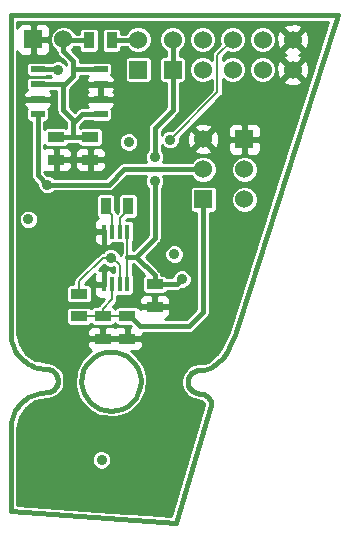
<source format=gbl>
G04 (created by PCBNEW-RS274X (2012-01-19 BZR 3256)-stable) date 21-08-2012 21:19:17*
G01*
G70*
G90*
%MOIN*%
G04 Gerber Fmt 3.4, Leading zero omitted, Abs format*
%FSLAX34Y34*%
G04 APERTURE LIST*
%ADD10C,0.006000*%
%ADD11C,0.015000*%
%ADD12R,0.045000X0.020000*%
%ADD13R,0.035000X0.055000*%
%ADD14R,0.055000X0.035000*%
%ADD15R,0.016000X0.050000*%
%ADD16R,0.060000X0.060000*%
%ADD17C,0.060000*%
%ADD18C,0.035000*%
%ADD19C,0.008000*%
%ADD20C,0.016000*%
%ADD21C,0.010000*%
G04 APERTURE END LIST*
G54D10*
G54D11*
X50413Y-33996D02*
X50610Y-33819D01*
X50256Y-34114D02*
X50413Y-33996D01*
X50197Y-34154D02*
X50256Y-34114D01*
X50098Y-34193D02*
X50197Y-34154D01*
X49980Y-34213D02*
X50098Y-34193D01*
X49843Y-34213D02*
X49980Y-34213D01*
X50768Y-33602D02*
X50610Y-33819D01*
X50906Y-33327D02*
X50768Y-33602D01*
X51024Y-33031D02*
X50906Y-33327D01*
X49843Y-34212D02*
X49809Y-34214D01*
X49775Y-34218D01*
X49742Y-34226D01*
X49709Y-34236D01*
X49677Y-34249D01*
X49647Y-34265D01*
X49618Y-34284D01*
X49590Y-34305D01*
X49565Y-34328D01*
X49542Y-34353D01*
X49521Y-34381D01*
X49502Y-34410D01*
X49486Y-34440D01*
X49473Y-34472D01*
X49463Y-34505D01*
X49455Y-34538D01*
X49451Y-34572D01*
X49449Y-34606D01*
X50237Y-35394D02*
X50235Y-35360D01*
X50231Y-35326D01*
X50223Y-35293D01*
X50213Y-35260D01*
X50200Y-35228D01*
X50184Y-35198D01*
X50165Y-35169D01*
X50144Y-35141D01*
X50121Y-35116D01*
X50096Y-35093D01*
X50068Y-35072D01*
X50040Y-35053D01*
X50009Y-35037D01*
X49977Y-35024D01*
X49944Y-35014D01*
X49911Y-35006D01*
X49877Y-35002D01*
X49843Y-35000D01*
X49449Y-34606D02*
X49451Y-34640D01*
X49455Y-34674D01*
X49463Y-34707D01*
X49473Y-34740D01*
X49486Y-34772D01*
X49502Y-34802D01*
X49521Y-34831D01*
X49542Y-34859D01*
X49565Y-34884D01*
X49590Y-34907D01*
X49618Y-34928D01*
X49647Y-34947D01*
X49677Y-34963D01*
X49709Y-34976D01*
X49742Y-34986D01*
X49775Y-34994D01*
X49809Y-34998D01*
X49843Y-35000D01*
X44724Y-34961D02*
X44622Y-34966D01*
X44519Y-34979D01*
X44419Y-35002D01*
X44321Y-35033D01*
X44225Y-35072D01*
X44134Y-35120D01*
X44047Y-35175D01*
X43965Y-35238D01*
X43889Y-35307D01*
X43820Y-35383D01*
X43757Y-35465D01*
X43702Y-35552D01*
X43654Y-35643D01*
X43615Y-35739D01*
X43584Y-35837D01*
X43561Y-35937D01*
X43548Y-36040D01*
X43543Y-36142D01*
X44724Y-34961D02*
X44758Y-34959D01*
X44792Y-34955D01*
X44825Y-34947D01*
X44858Y-34937D01*
X44890Y-34924D01*
X44921Y-34908D01*
X44949Y-34889D01*
X44977Y-34868D01*
X45002Y-34845D01*
X45025Y-34820D01*
X45046Y-34792D01*
X45065Y-34763D01*
X45081Y-34733D01*
X45094Y-34701D01*
X45104Y-34668D01*
X45112Y-34635D01*
X45116Y-34601D01*
X45118Y-34567D01*
X45118Y-34567D02*
X45116Y-34533D01*
X45112Y-34499D01*
X45104Y-34466D01*
X45094Y-34433D01*
X45081Y-34401D01*
X45065Y-34371D01*
X45046Y-34342D01*
X45025Y-34314D01*
X45002Y-34289D01*
X44977Y-34266D01*
X44949Y-34245D01*
X44921Y-34226D01*
X44890Y-34210D01*
X44858Y-34197D01*
X44825Y-34187D01*
X44792Y-34179D01*
X44758Y-34175D01*
X44724Y-34173D01*
X43543Y-32992D02*
X43548Y-33094D01*
X43561Y-33197D01*
X43584Y-33297D01*
X43615Y-33395D01*
X43654Y-33491D01*
X43702Y-33582D01*
X43757Y-33669D01*
X43820Y-33751D01*
X43889Y-33827D01*
X43965Y-33896D01*
X44047Y-33959D01*
X44134Y-34014D01*
X44225Y-34062D01*
X44321Y-34101D01*
X44419Y-34132D01*
X44519Y-34155D01*
X44622Y-34168D01*
X44724Y-34173D01*
X51024Y-33031D02*
X54449Y-22382D01*
X43543Y-32992D02*
X43543Y-22382D01*
X43543Y-22382D02*
X54449Y-22382D01*
X47878Y-34587D02*
X47859Y-34778D01*
X47803Y-34963D01*
X47712Y-35133D01*
X47591Y-35283D01*
X47442Y-35406D01*
X47272Y-35497D01*
X47088Y-35554D01*
X46896Y-35574D01*
X46705Y-35557D01*
X46520Y-35503D01*
X46350Y-35413D01*
X46199Y-35292D01*
X46075Y-35145D01*
X45982Y-34976D01*
X45924Y-34792D01*
X45903Y-34600D01*
X45919Y-34409D01*
X45972Y-34224D01*
X46060Y-34052D01*
X46180Y-33901D01*
X46327Y-33776D01*
X46495Y-33682D01*
X46678Y-33623D01*
X46870Y-33600D01*
X47061Y-33615D01*
X47247Y-33666D01*
X47419Y-33753D01*
X47571Y-33872D01*
X47697Y-34018D01*
X47792Y-34186D01*
X47853Y-34369D01*
X47877Y-34560D01*
X47878Y-34587D01*
X50236Y-35394D02*
X49055Y-39311D01*
X43543Y-38917D02*
X43543Y-36102D01*
X43543Y-38917D02*
X49055Y-39311D01*
G54D12*
X44444Y-24188D03*
X46544Y-24188D03*
X44444Y-24688D03*
X44444Y-25188D03*
X44444Y-25688D03*
X46544Y-24688D03*
X46544Y-25188D03*
X46544Y-25688D03*
G54D13*
X46160Y-23228D03*
X46910Y-23228D03*
G54D14*
X48347Y-31357D03*
X48347Y-32107D03*
X47441Y-32420D03*
X47441Y-33170D03*
X45061Y-26453D03*
X45061Y-27203D03*
X46614Y-32420D03*
X46614Y-33170D03*
X46202Y-26453D03*
X46202Y-27203D03*
G54D13*
X47462Y-28740D03*
X46712Y-28740D03*
G54D14*
X45827Y-32422D03*
X45827Y-31672D03*
G54D15*
X47433Y-31347D03*
X47178Y-31347D03*
X46918Y-31347D03*
X46663Y-31347D03*
X46663Y-29597D03*
X46918Y-29597D03*
X47178Y-29597D03*
X47433Y-29597D03*
G54D16*
X44303Y-23189D03*
G54D17*
X45303Y-23189D03*
G54D16*
X51339Y-26520D03*
G54D17*
X51339Y-27520D03*
X51339Y-28520D03*
G54D16*
X49961Y-28520D03*
G54D17*
X49961Y-27520D03*
X49961Y-26520D03*
G54D16*
X47795Y-24201D03*
G54D17*
X47795Y-23201D03*
G54D16*
X48945Y-24201D03*
G54D17*
X48945Y-23201D03*
X49945Y-24201D03*
X49945Y-23201D03*
X50945Y-24201D03*
X50945Y-23201D03*
X51945Y-24201D03*
X51945Y-23201D03*
X52945Y-24201D03*
X52945Y-23201D03*
G54D18*
X48996Y-30354D03*
X47480Y-26614D03*
X46575Y-37205D03*
X44134Y-29193D03*
X48346Y-27126D03*
X49252Y-31181D03*
X48346Y-27913D03*
X45118Y-24213D03*
X48858Y-26535D03*
X44764Y-28031D03*
X46890Y-30472D03*
G54D19*
X47433Y-29597D02*
X47433Y-30433D01*
G54D20*
X47717Y-30433D02*
X47433Y-30433D01*
X49076Y-31357D02*
X49252Y-31181D01*
X48937Y-24209D02*
X48945Y-24201D01*
X48945Y-23201D02*
X48945Y-24201D01*
X48347Y-31063D02*
X47717Y-30433D01*
X48347Y-31357D02*
X49076Y-31357D01*
G54D19*
X47433Y-30433D02*
X47433Y-31347D01*
G54D20*
X48346Y-29804D02*
X48346Y-27913D01*
G54D19*
X48337Y-31347D02*
X48347Y-31357D01*
G54D20*
X48346Y-29804D02*
X47717Y-30433D01*
X48945Y-24201D02*
X48945Y-25543D01*
X48347Y-31357D02*
X48347Y-31063D01*
X48346Y-26142D02*
X48346Y-27126D01*
X48945Y-25543D02*
X48346Y-26142D01*
X45630Y-23898D02*
X45432Y-23700D01*
X45303Y-23571D02*
X45303Y-23189D01*
X45630Y-24173D02*
X45630Y-23898D01*
X45432Y-23700D02*
X45303Y-23571D01*
X45630Y-26453D02*
X46202Y-26453D01*
X46160Y-23228D02*
X45342Y-23228D01*
X45342Y-23228D02*
X45303Y-23189D01*
X45630Y-24410D02*
X45303Y-24737D01*
X45630Y-26453D02*
X45630Y-25984D01*
X45061Y-26453D02*
X45630Y-26453D01*
X45926Y-25688D02*
X45630Y-25984D01*
X45630Y-25984D02*
X45630Y-25866D01*
X46544Y-24188D02*
X45630Y-24188D01*
X45303Y-24737D02*
X45303Y-24688D01*
X45630Y-24188D02*
X45630Y-24173D01*
X45303Y-25539D02*
X45303Y-24737D01*
X44444Y-24688D02*
X45303Y-24688D01*
X45630Y-24173D02*
X45630Y-24410D01*
X46544Y-25688D02*
X45926Y-25688D01*
X45342Y-23228D02*
X45303Y-23189D01*
X45303Y-25539D02*
X45630Y-25866D01*
X45118Y-24213D02*
X45093Y-24188D01*
X45093Y-24188D02*
X44444Y-24188D01*
G54D19*
X50433Y-24960D02*
X50433Y-23713D01*
X50433Y-23713D02*
X50945Y-23201D01*
X48858Y-26535D02*
X50433Y-24960D01*
X47178Y-29597D02*
X47178Y-29160D01*
X47178Y-29160D02*
X47462Y-28876D01*
X47462Y-28876D02*
X47462Y-28740D01*
X46712Y-28838D02*
X46918Y-29044D01*
X46918Y-29044D02*
X46918Y-29597D01*
X46712Y-28740D02*
X46712Y-28838D01*
G54D20*
X46910Y-23228D02*
X47768Y-23228D01*
X47768Y-23228D02*
X47795Y-23201D01*
X47441Y-32420D02*
X47538Y-32420D01*
G54D19*
X46614Y-32165D02*
X46918Y-31861D01*
G54D20*
X47874Y-32756D02*
X48859Y-32756D01*
X49961Y-32283D02*
X49961Y-28520D01*
G54D19*
X46614Y-32420D02*
X47441Y-32420D01*
G54D20*
X48859Y-32756D02*
X49488Y-32756D01*
G54D19*
X46918Y-31861D02*
X46918Y-31347D01*
G54D20*
X47538Y-32420D02*
X47874Y-32756D01*
X49488Y-32756D02*
X49961Y-32283D01*
G54D19*
X45829Y-32420D02*
X45827Y-32422D01*
X46614Y-32420D02*
X45829Y-32420D01*
X46614Y-32420D02*
X46614Y-32165D01*
G54D20*
X47323Y-27520D02*
X49961Y-27520D01*
X44444Y-27712D02*
X44763Y-28031D01*
X44444Y-25688D02*
X44444Y-27712D01*
X47323Y-27520D02*
X46812Y-28031D01*
X46812Y-28031D02*
X44764Y-28031D01*
X44764Y-28031D02*
X44763Y-28031D01*
G54D19*
X46890Y-30472D02*
X46615Y-30472D01*
X45827Y-31260D02*
X45827Y-31672D01*
X46615Y-30472D02*
X45827Y-31260D01*
X46890Y-30472D02*
X46928Y-30472D01*
X47178Y-30722D02*
X47178Y-31347D01*
X46928Y-30472D02*
X47178Y-30722D01*
G54D10*
G36*
X54134Y-22607D02*
X53488Y-24619D01*
X53488Y-24280D01*
X53488Y-23280D01*
X53477Y-23067D01*
X53417Y-22920D01*
X53323Y-22893D01*
X53253Y-22963D01*
X53253Y-22823D01*
X53226Y-22729D01*
X53024Y-22658D01*
X52811Y-22669D01*
X52664Y-22729D01*
X52637Y-22823D01*
X52945Y-23130D01*
X53253Y-22823D01*
X53253Y-22963D01*
X53016Y-23201D01*
X53323Y-23509D01*
X53417Y-23482D01*
X53488Y-23280D01*
X53488Y-24280D01*
X53477Y-24067D01*
X53417Y-23920D01*
X53323Y-23893D01*
X53253Y-23963D01*
X53253Y-23823D01*
X53226Y-23729D01*
X53152Y-23703D01*
X53226Y-23673D01*
X53253Y-23579D01*
X52945Y-23272D01*
X52874Y-23342D01*
X52874Y-23201D01*
X52567Y-22893D01*
X52473Y-22920D01*
X52402Y-23122D01*
X52413Y-23335D01*
X52473Y-23482D01*
X52567Y-23509D01*
X52874Y-23201D01*
X52874Y-23342D01*
X52637Y-23579D01*
X52664Y-23673D01*
X52737Y-23698D01*
X52664Y-23729D01*
X52637Y-23823D01*
X52945Y-24130D01*
X53253Y-23823D01*
X53253Y-23963D01*
X53016Y-24201D01*
X53323Y-24509D01*
X53417Y-24482D01*
X53488Y-24280D01*
X53488Y-24619D01*
X53253Y-25351D01*
X53253Y-24579D01*
X52945Y-24272D01*
X52874Y-24342D01*
X52874Y-24201D01*
X52567Y-23893D01*
X52473Y-23920D01*
X52402Y-24122D01*
X52413Y-24335D01*
X52473Y-24482D01*
X52567Y-24509D01*
X52874Y-24201D01*
X52874Y-24342D01*
X52637Y-24579D01*
X52664Y-24673D01*
X52866Y-24744D01*
X53079Y-24733D01*
X53226Y-24673D01*
X53253Y-24579D01*
X53253Y-25351D01*
X52394Y-28026D01*
X52394Y-24291D01*
X52394Y-24112D01*
X52394Y-23291D01*
X52394Y-23112D01*
X52326Y-22947D01*
X52200Y-22821D01*
X52035Y-22752D01*
X51856Y-22752D01*
X51691Y-22820D01*
X51565Y-22946D01*
X51496Y-23111D01*
X51496Y-23290D01*
X51564Y-23455D01*
X51690Y-23581D01*
X51855Y-23650D01*
X52034Y-23650D01*
X52199Y-23582D01*
X52325Y-23456D01*
X52394Y-23291D01*
X52394Y-24112D01*
X52326Y-23947D01*
X52200Y-23821D01*
X52035Y-23752D01*
X51856Y-23752D01*
X51691Y-23820D01*
X51565Y-23946D01*
X51496Y-24111D01*
X51496Y-24290D01*
X51564Y-24455D01*
X51690Y-24581D01*
X51855Y-24650D01*
X52034Y-24650D01*
X52199Y-24582D01*
X52325Y-24456D01*
X52394Y-24291D01*
X52394Y-28026D01*
X51889Y-29599D01*
X51889Y-26632D01*
X51889Y-26408D01*
X51888Y-26171D01*
X51850Y-26079D01*
X51780Y-26009D01*
X51689Y-25971D01*
X51590Y-25971D01*
X51451Y-25970D01*
X51394Y-26027D01*
X51394Y-24291D01*
X51394Y-24112D01*
X51326Y-23947D01*
X51200Y-23821D01*
X51035Y-23752D01*
X50856Y-23752D01*
X50691Y-23820D01*
X50623Y-23888D01*
X50623Y-23791D01*
X50790Y-23623D01*
X50855Y-23650D01*
X51034Y-23650D01*
X51199Y-23582D01*
X51325Y-23456D01*
X51394Y-23291D01*
X51394Y-23112D01*
X51326Y-22947D01*
X51200Y-22821D01*
X51035Y-22752D01*
X50856Y-22752D01*
X50691Y-22820D01*
X50565Y-22946D01*
X50496Y-23111D01*
X50496Y-23290D01*
X50522Y-23355D01*
X50394Y-23483D01*
X50394Y-23291D01*
X50394Y-23112D01*
X50326Y-22947D01*
X50200Y-22821D01*
X50035Y-22752D01*
X49856Y-22752D01*
X49691Y-22820D01*
X49565Y-22946D01*
X49496Y-23111D01*
X49496Y-23290D01*
X49564Y-23455D01*
X49690Y-23581D01*
X49855Y-23650D01*
X50034Y-23650D01*
X50199Y-23582D01*
X50325Y-23456D01*
X50394Y-23291D01*
X50394Y-23483D01*
X50299Y-23579D01*
X50257Y-23640D01*
X50243Y-23713D01*
X50243Y-23864D01*
X50200Y-23821D01*
X50035Y-23752D01*
X49856Y-23752D01*
X49691Y-23820D01*
X49565Y-23946D01*
X49496Y-24111D01*
X49496Y-24290D01*
X49564Y-24455D01*
X49690Y-24581D01*
X49855Y-24650D01*
X50034Y-24650D01*
X50199Y-24582D01*
X50243Y-24538D01*
X50243Y-24881D01*
X48914Y-26210D01*
X48794Y-26210D01*
X48674Y-26259D01*
X48583Y-26350D01*
X48576Y-26366D01*
X48576Y-26238D01*
X49108Y-25706D01*
X49157Y-25631D01*
X49175Y-25543D01*
X49175Y-24650D01*
X49275Y-24650D01*
X49330Y-24627D01*
X49372Y-24585D01*
X49394Y-24530D01*
X49394Y-24471D01*
X49394Y-23871D01*
X49371Y-23816D01*
X49329Y-23774D01*
X49274Y-23752D01*
X49215Y-23752D01*
X49175Y-23752D01*
X49175Y-23591D01*
X49199Y-23582D01*
X49325Y-23456D01*
X49394Y-23291D01*
X49394Y-23112D01*
X49326Y-22947D01*
X49200Y-22821D01*
X49035Y-22752D01*
X48856Y-22752D01*
X48691Y-22820D01*
X48565Y-22946D01*
X48496Y-23111D01*
X48496Y-23290D01*
X48564Y-23455D01*
X48690Y-23581D01*
X48715Y-23591D01*
X48715Y-23752D01*
X48615Y-23752D01*
X48560Y-23775D01*
X48518Y-23817D01*
X48496Y-23872D01*
X48496Y-23931D01*
X48496Y-24531D01*
X48519Y-24586D01*
X48561Y-24628D01*
X48616Y-24650D01*
X48675Y-24650D01*
X48715Y-24650D01*
X48715Y-25447D01*
X48244Y-25918D01*
X48244Y-24530D01*
X48244Y-24471D01*
X48244Y-23871D01*
X48244Y-23291D01*
X48244Y-23112D01*
X48176Y-22947D01*
X48050Y-22821D01*
X47885Y-22752D01*
X47706Y-22752D01*
X47541Y-22820D01*
X47415Y-22946D01*
X47393Y-22998D01*
X47234Y-22998D01*
X47234Y-22923D01*
X47211Y-22868D01*
X47169Y-22826D01*
X47114Y-22804D01*
X47055Y-22804D01*
X46705Y-22804D01*
X46650Y-22827D01*
X46608Y-22869D01*
X46586Y-22924D01*
X46586Y-22983D01*
X46586Y-23533D01*
X46609Y-23588D01*
X46651Y-23630D01*
X46706Y-23652D01*
X46765Y-23652D01*
X47115Y-23652D01*
X47170Y-23629D01*
X47212Y-23587D01*
X47234Y-23532D01*
X47234Y-23473D01*
X47234Y-23458D01*
X47417Y-23458D01*
X47540Y-23581D01*
X47705Y-23650D01*
X47884Y-23650D01*
X48049Y-23582D01*
X48175Y-23456D01*
X48244Y-23291D01*
X48244Y-23871D01*
X48221Y-23816D01*
X48179Y-23774D01*
X48124Y-23752D01*
X48065Y-23752D01*
X47465Y-23752D01*
X47410Y-23775D01*
X47368Y-23817D01*
X47346Y-23872D01*
X47346Y-23931D01*
X47346Y-24531D01*
X47369Y-24586D01*
X47411Y-24628D01*
X47466Y-24650D01*
X47525Y-24650D01*
X48125Y-24650D01*
X48180Y-24627D01*
X48222Y-24585D01*
X48244Y-24530D01*
X48244Y-25918D01*
X48183Y-25979D01*
X48134Y-26054D01*
X48115Y-26142D01*
X48116Y-26146D01*
X48116Y-26896D01*
X48071Y-26941D01*
X48021Y-27061D01*
X48021Y-27190D01*
X48061Y-27290D01*
X47805Y-27290D01*
X47805Y-26679D01*
X47805Y-26550D01*
X47756Y-26430D01*
X47665Y-26339D01*
X47545Y-26289D01*
X47416Y-26289D01*
X47296Y-26338D01*
X47205Y-26429D01*
X47155Y-26549D01*
X47155Y-26678D01*
X47204Y-26798D01*
X47295Y-26889D01*
X47415Y-26939D01*
X47544Y-26939D01*
X47664Y-26890D01*
X47755Y-26799D01*
X47805Y-26679D01*
X47805Y-27290D01*
X47323Y-27290D01*
X47235Y-27308D01*
X47160Y-27357D01*
X47158Y-27359D01*
X46727Y-27790D01*
X46727Y-27315D01*
X46727Y-27091D01*
X46726Y-26979D01*
X46688Y-26887D01*
X46618Y-26817D01*
X46527Y-26779D01*
X46428Y-26779D01*
X46314Y-26778D01*
X46252Y-26840D01*
X46252Y-27153D01*
X46665Y-27153D01*
X46727Y-27091D01*
X46727Y-27315D01*
X46665Y-27253D01*
X46252Y-27253D01*
X46252Y-27566D01*
X46314Y-27628D01*
X46428Y-27627D01*
X46527Y-27627D01*
X46618Y-27589D01*
X46688Y-27519D01*
X46726Y-27427D01*
X46727Y-27315D01*
X46727Y-27790D01*
X46716Y-27801D01*
X46152Y-27801D01*
X46152Y-27566D01*
X46152Y-27253D01*
X46152Y-27153D01*
X46152Y-26840D01*
X46090Y-26778D01*
X45976Y-26779D01*
X45877Y-26779D01*
X45786Y-26817D01*
X45716Y-26887D01*
X45678Y-26979D01*
X45677Y-27091D01*
X45739Y-27153D01*
X46152Y-27153D01*
X46152Y-27253D01*
X45739Y-27253D01*
X45677Y-27315D01*
X45678Y-27427D01*
X45716Y-27519D01*
X45786Y-27589D01*
X45877Y-27627D01*
X45976Y-27627D01*
X46090Y-27628D01*
X46152Y-27566D01*
X46152Y-27801D01*
X45586Y-27801D01*
X45586Y-27315D01*
X45586Y-27091D01*
X45585Y-26979D01*
X45547Y-26887D01*
X45477Y-26817D01*
X45386Y-26779D01*
X45287Y-26779D01*
X45173Y-26778D01*
X45111Y-26840D01*
X45111Y-27153D01*
X45524Y-27153D01*
X45586Y-27091D01*
X45586Y-27315D01*
X45524Y-27253D01*
X45111Y-27253D01*
X45111Y-27566D01*
X45173Y-27628D01*
X45287Y-27627D01*
X45386Y-27627D01*
X45477Y-27589D01*
X45547Y-27519D01*
X45585Y-27427D01*
X45586Y-27315D01*
X45586Y-27801D01*
X44994Y-27801D01*
X44949Y-27756D01*
X44829Y-27706D01*
X44764Y-27706D01*
X44674Y-27616D01*
X44674Y-27601D01*
X44736Y-27627D01*
X44835Y-27627D01*
X44949Y-27628D01*
X45011Y-27566D01*
X45011Y-27303D01*
X45011Y-27253D01*
X45011Y-27153D01*
X45011Y-27103D01*
X45011Y-26840D01*
X44949Y-26778D01*
X44835Y-26779D01*
X44736Y-26779D01*
X44674Y-26804D01*
X44674Y-26727D01*
X44702Y-26755D01*
X44757Y-26777D01*
X44816Y-26777D01*
X45366Y-26777D01*
X45421Y-26754D01*
X45463Y-26712D01*
X45474Y-26683D01*
X45630Y-26683D01*
X45788Y-26683D01*
X45801Y-26713D01*
X45843Y-26755D01*
X45898Y-26777D01*
X45957Y-26777D01*
X46507Y-26777D01*
X46562Y-26754D01*
X46604Y-26712D01*
X46626Y-26657D01*
X46626Y-26598D01*
X46626Y-26248D01*
X46603Y-26193D01*
X46561Y-26151D01*
X46506Y-26129D01*
X46447Y-26129D01*
X45897Y-26129D01*
X45860Y-26144D01*
X45860Y-26079D01*
X46021Y-25918D01*
X46242Y-25918D01*
X46290Y-25937D01*
X46349Y-25937D01*
X46799Y-25937D01*
X46854Y-25914D01*
X46896Y-25872D01*
X46918Y-25817D01*
X46918Y-25758D01*
X46918Y-25558D01*
X46895Y-25504D01*
X46910Y-25499D01*
X46980Y-25429D01*
X47018Y-25337D01*
X47019Y-25300D01*
X47019Y-25076D01*
X47018Y-25039D01*
X46980Y-24947D01*
X46971Y-24938D01*
X46980Y-24929D01*
X47018Y-24837D01*
X47019Y-24800D01*
X46957Y-24738D01*
X46594Y-24738D01*
X46594Y-24900D01*
X46594Y-24976D01*
X46594Y-25138D01*
X46957Y-25138D01*
X47019Y-25076D01*
X47019Y-25300D01*
X46957Y-25238D01*
X46644Y-25238D01*
X46594Y-25238D01*
X46494Y-25238D01*
X46494Y-25138D01*
X46494Y-24976D01*
X46494Y-24900D01*
X46494Y-24738D01*
X46131Y-24738D01*
X46069Y-24800D01*
X46070Y-24837D01*
X46108Y-24929D01*
X46117Y-24938D01*
X46108Y-24947D01*
X46070Y-25039D01*
X46069Y-25076D01*
X46131Y-25138D01*
X46494Y-25138D01*
X46494Y-25238D01*
X46444Y-25238D01*
X46131Y-25238D01*
X46069Y-25300D01*
X46070Y-25337D01*
X46108Y-25429D01*
X46137Y-25458D01*
X45926Y-25458D01*
X45838Y-25476D01*
X45763Y-25525D01*
X45761Y-25527D01*
X45689Y-25599D01*
X45533Y-25443D01*
X45533Y-24832D01*
X45790Y-24574D01*
X45792Y-24573D01*
X45793Y-24573D01*
X45842Y-24498D01*
X45858Y-24418D01*
X46137Y-24418D01*
X46108Y-24447D01*
X46070Y-24539D01*
X46069Y-24576D01*
X46131Y-24638D01*
X46444Y-24638D01*
X46494Y-24638D01*
X46594Y-24638D01*
X46644Y-24638D01*
X46957Y-24638D01*
X47019Y-24576D01*
X47018Y-24539D01*
X46980Y-24447D01*
X46910Y-24377D01*
X46896Y-24371D01*
X46918Y-24317D01*
X46918Y-24258D01*
X46918Y-24058D01*
X46895Y-24003D01*
X46853Y-23961D01*
X46798Y-23939D01*
X46739Y-23939D01*
X46289Y-23939D01*
X46243Y-23958D01*
X45860Y-23958D01*
X45860Y-23902D01*
X45860Y-23898D01*
X45861Y-23898D01*
X45842Y-23810D01*
X45793Y-23735D01*
X45595Y-23537D01*
X45592Y-23535D01*
X45592Y-23534D01*
X45669Y-23458D01*
X45836Y-23458D01*
X45836Y-23533D01*
X45859Y-23588D01*
X45901Y-23630D01*
X45956Y-23652D01*
X46015Y-23652D01*
X46365Y-23652D01*
X46420Y-23629D01*
X46462Y-23587D01*
X46484Y-23532D01*
X46484Y-23473D01*
X46484Y-22923D01*
X46461Y-22868D01*
X46419Y-22826D01*
X46364Y-22804D01*
X46305Y-22804D01*
X45955Y-22804D01*
X45900Y-22827D01*
X45858Y-22869D01*
X45836Y-22924D01*
X45836Y-22983D01*
X45836Y-22998D01*
X45709Y-22998D01*
X45684Y-22935D01*
X45558Y-22809D01*
X45393Y-22740D01*
X45214Y-22740D01*
X45049Y-22808D01*
X44923Y-22934D01*
X44854Y-23099D01*
X44854Y-23278D01*
X44922Y-23443D01*
X45048Y-23569D01*
X45073Y-23579D01*
X45074Y-23580D01*
X45091Y-23659D01*
X45140Y-23734D01*
X45267Y-23860D01*
X45269Y-23863D01*
X45400Y-23994D01*
X45400Y-24043D01*
X45394Y-24029D01*
X45303Y-23938D01*
X45183Y-23888D01*
X45054Y-23888D01*
X44934Y-23937D01*
X44913Y-23958D01*
X44853Y-23958D01*
X44853Y-23301D01*
X44853Y-23077D01*
X44852Y-22938D01*
X44852Y-22839D01*
X44814Y-22748D01*
X44744Y-22678D01*
X44652Y-22640D01*
X44415Y-22639D01*
X44353Y-22701D01*
X44353Y-23139D01*
X44791Y-23139D01*
X44853Y-23077D01*
X44853Y-23301D01*
X44791Y-23239D01*
X44353Y-23239D01*
X44353Y-23677D01*
X44415Y-23739D01*
X44652Y-23738D01*
X44744Y-23700D01*
X44814Y-23630D01*
X44852Y-23539D01*
X44852Y-23440D01*
X44853Y-23301D01*
X44853Y-23958D01*
X44745Y-23958D01*
X44698Y-23939D01*
X44639Y-23939D01*
X44189Y-23939D01*
X44134Y-23962D01*
X44092Y-24004D01*
X44070Y-24059D01*
X44070Y-24118D01*
X44070Y-24318D01*
X44093Y-24373D01*
X44135Y-24415D01*
X44190Y-24437D01*
X44249Y-24437D01*
X44699Y-24437D01*
X44744Y-24418D01*
X44863Y-24418D01*
X44903Y-24458D01*
X44745Y-24458D01*
X44698Y-24439D01*
X44639Y-24439D01*
X44189Y-24439D01*
X44134Y-24462D01*
X44092Y-24504D01*
X44070Y-24559D01*
X44070Y-24618D01*
X44070Y-24818D01*
X44092Y-24871D01*
X44078Y-24877D01*
X44008Y-24947D01*
X43970Y-25039D01*
X43969Y-25076D01*
X44031Y-25138D01*
X44344Y-25138D01*
X44394Y-25138D01*
X44494Y-25138D01*
X44544Y-25138D01*
X44857Y-25138D01*
X44919Y-25076D01*
X44918Y-25039D01*
X44880Y-24947D01*
X44851Y-24918D01*
X45073Y-24918D01*
X45073Y-25534D01*
X45072Y-25539D01*
X45091Y-25627D01*
X45140Y-25702D01*
X45400Y-25961D01*
X45400Y-25979D01*
X45399Y-25984D01*
X45400Y-25988D01*
X45400Y-26143D01*
X45365Y-26129D01*
X45306Y-26129D01*
X44756Y-26129D01*
X44701Y-26152D01*
X44674Y-26179D01*
X44674Y-25937D01*
X44699Y-25937D01*
X44754Y-25914D01*
X44796Y-25872D01*
X44818Y-25817D01*
X44818Y-25758D01*
X44818Y-25558D01*
X44795Y-25504D01*
X44810Y-25499D01*
X44880Y-25429D01*
X44918Y-25337D01*
X44919Y-25300D01*
X44857Y-25238D01*
X44544Y-25238D01*
X44494Y-25238D01*
X44394Y-25238D01*
X44344Y-25238D01*
X44031Y-25238D01*
X43969Y-25300D01*
X43970Y-25337D01*
X44008Y-25429D01*
X44078Y-25499D01*
X44091Y-25504D01*
X44070Y-25559D01*
X44070Y-25618D01*
X44070Y-25818D01*
X44093Y-25873D01*
X44135Y-25915D01*
X44190Y-25937D01*
X44214Y-25937D01*
X44214Y-27707D01*
X44213Y-27712D01*
X44232Y-27800D01*
X44281Y-27875D01*
X44439Y-28033D01*
X44439Y-28095D01*
X44488Y-28215D01*
X44579Y-28306D01*
X44699Y-28356D01*
X44828Y-28356D01*
X44948Y-28307D01*
X44994Y-28261D01*
X46807Y-28261D01*
X46812Y-28262D01*
X46812Y-28261D01*
X46900Y-28243D01*
X46975Y-28194D01*
X47418Y-27750D01*
X48061Y-27750D01*
X48021Y-27848D01*
X48021Y-27977D01*
X48070Y-28097D01*
X48116Y-28143D01*
X48116Y-29708D01*
X47623Y-30201D01*
X47623Y-29948D01*
X47640Y-29931D01*
X47662Y-29876D01*
X47662Y-29817D01*
X47662Y-29317D01*
X47639Y-29262D01*
X47597Y-29220D01*
X47542Y-29198D01*
X47483Y-29198D01*
X47408Y-29198D01*
X47442Y-29164D01*
X47667Y-29164D01*
X47722Y-29141D01*
X47764Y-29099D01*
X47786Y-29044D01*
X47786Y-28985D01*
X47786Y-28435D01*
X47763Y-28380D01*
X47721Y-28338D01*
X47666Y-28316D01*
X47607Y-28316D01*
X47257Y-28316D01*
X47202Y-28339D01*
X47160Y-28381D01*
X47138Y-28436D01*
X47138Y-28495D01*
X47138Y-28931D01*
X47094Y-28975D01*
X47094Y-28971D01*
X47052Y-28910D01*
X47052Y-28909D01*
X47036Y-28893D01*
X47036Y-28435D01*
X47013Y-28380D01*
X46971Y-28338D01*
X46916Y-28316D01*
X46857Y-28316D01*
X46507Y-28316D01*
X46452Y-28339D01*
X46410Y-28381D01*
X46388Y-28436D01*
X46388Y-28495D01*
X46388Y-29045D01*
X46411Y-29100D01*
X46445Y-29134D01*
X46442Y-29136D01*
X46372Y-29206D01*
X46334Y-29297D01*
X46334Y-29396D01*
X46333Y-29485D01*
X46395Y-29547D01*
X46563Y-29547D01*
X46623Y-29547D01*
X46689Y-29547D01*
X46689Y-29877D01*
X46703Y-29910D01*
X46703Y-30035D01*
X46765Y-30097D01*
X46792Y-30096D01*
X46884Y-30058D01*
X46946Y-29996D01*
X47028Y-29996D01*
X47048Y-29987D01*
X47069Y-29996D01*
X47128Y-29996D01*
X47243Y-29996D01*
X47243Y-30311D01*
X47221Y-30345D01*
X47210Y-30396D01*
X47166Y-30288D01*
X47075Y-30197D01*
X46955Y-30147D01*
X46826Y-30147D01*
X46706Y-30196D01*
X46623Y-30279D01*
X46623Y-30035D01*
X46623Y-29647D01*
X46395Y-29647D01*
X46333Y-29709D01*
X46334Y-29798D01*
X46334Y-29897D01*
X46372Y-29988D01*
X46442Y-30058D01*
X46534Y-30096D01*
X46561Y-30097D01*
X46623Y-30035D01*
X46623Y-30279D01*
X46620Y-30282D01*
X46615Y-30282D01*
X46542Y-30296D01*
X46480Y-30338D01*
X45693Y-31126D01*
X45651Y-31187D01*
X45637Y-31260D01*
X45637Y-31348D01*
X45522Y-31348D01*
X45467Y-31371D01*
X45425Y-31413D01*
X45403Y-31468D01*
X45403Y-31527D01*
X45403Y-31877D01*
X45426Y-31932D01*
X45468Y-31974D01*
X45523Y-31996D01*
X45582Y-31996D01*
X46132Y-31996D01*
X46187Y-31973D01*
X46229Y-31931D01*
X46251Y-31876D01*
X46251Y-31817D01*
X46251Y-31467D01*
X46228Y-31412D01*
X46186Y-31370D01*
X46131Y-31348D01*
X46072Y-31348D01*
X46017Y-31348D01*
X46017Y-31338D01*
X46352Y-31003D01*
X46334Y-31047D01*
X46334Y-31146D01*
X46333Y-31235D01*
X46395Y-31297D01*
X46623Y-31297D01*
X46623Y-30909D01*
X46561Y-30847D01*
X46534Y-30848D01*
X46489Y-30866D01*
X46656Y-30698D01*
X46705Y-30747D01*
X46825Y-30797D01*
X46954Y-30797D01*
X46975Y-30788D01*
X46988Y-30800D01*
X46988Y-30948D01*
X46968Y-30948D01*
X46946Y-30948D01*
X46884Y-30886D01*
X46792Y-30848D01*
X46765Y-30847D01*
X46703Y-30909D01*
X46703Y-31033D01*
X46689Y-31068D01*
X46689Y-31127D01*
X46689Y-31397D01*
X46623Y-31397D01*
X46563Y-31397D01*
X46395Y-31397D01*
X46333Y-31459D01*
X46334Y-31548D01*
X46334Y-31647D01*
X46372Y-31738D01*
X46442Y-31808D01*
X46534Y-31846D01*
X46561Y-31847D01*
X46563Y-31845D01*
X46563Y-31847D01*
X46623Y-31847D01*
X46663Y-31847D01*
X46623Y-31887D01*
X46480Y-32031D01*
X46438Y-32092D01*
X46437Y-32096D01*
X46309Y-32096D01*
X46254Y-32119D01*
X46219Y-32153D01*
X46186Y-32120D01*
X46131Y-32098D01*
X46072Y-32098D01*
X45522Y-32098D01*
X45467Y-32121D01*
X45425Y-32163D01*
X45403Y-32218D01*
X45403Y-32277D01*
X45403Y-32627D01*
X45426Y-32682D01*
X45468Y-32724D01*
X45523Y-32746D01*
X45582Y-32746D01*
X46132Y-32746D01*
X46187Y-32723D01*
X46221Y-32688D01*
X46255Y-32722D01*
X46310Y-32744D01*
X46369Y-32744D01*
X46919Y-32744D01*
X46974Y-32721D01*
X47016Y-32679D01*
X47027Y-32650D01*
X47040Y-32680D01*
X47082Y-32722D01*
X47137Y-32744D01*
X47196Y-32744D01*
X47536Y-32744D01*
X47545Y-32753D01*
X47491Y-32807D01*
X47491Y-33120D01*
X47904Y-33120D01*
X47966Y-33058D01*
X47965Y-32986D01*
X48859Y-32986D01*
X49483Y-32986D01*
X49488Y-32987D01*
X49488Y-32986D01*
X49576Y-32968D01*
X49651Y-32919D01*
X50121Y-32447D01*
X50123Y-32446D01*
X50124Y-32446D01*
X50172Y-32371D01*
X50173Y-32371D01*
X50187Y-32298D01*
X50191Y-32284D01*
X50190Y-32283D01*
X50191Y-32283D01*
X50191Y-28969D01*
X50291Y-28969D01*
X50346Y-28946D01*
X50388Y-28904D01*
X50410Y-28849D01*
X50410Y-28790D01*
X50410Y-28190D01*
X50387Y-28135D01*
X50345Y-28093D01*
X50290Y-28071D01*
X50231Y-28071D01*
X49631Y-28071D01*
X49576Y-28094D01*
X49534Y-28136D01*
X49512Y-28191D01*
X49512Y-28250D01*
X49512Y-28850D01*
X49535Y-28905D01*
X49577Y-28947D01*
X49632Y-28969D01*
X49691Y-28969D01*
X49731Y-28969D01*
X49731Y-32187D01*
X49392Y-32526D01*
X48859Y-32526D01*
X48683Y-32526D01*
X48763Y-32493D01*
X48833Y-32423D01*
X48871Y-32331D01*
X48872Y-32219D01*
X48872Y-31995D01*
X48871Y-31883D01*
X48833Y-31791D01*
X48763Y-31721D01*
X48672Y-31683D01*
X48573Y-31683D01*
X48459Y-31682D01*
X48397Y-31744D01*
X48397Y-32057D01*
X48810Y-32057D01*
X48872Y-31995D01*
X48872Y-32219D01*
X48810Y-32157D01*
X48447Y-32157D01*
X48397Y-32157D01*
X48297Y-32157D01*
X48297Y-32057D01*
X48297Y-31744D01*
X48235Y-31682D01*
X48121Y-31683D01*
X48022Y-31683D01*
X47931Y-31721D01*
X47861Y-31791D01*
X47823Y-31883D01*
X47822Y-31995D01*
X47884Y-32057D01*
X48297Y-32057D01*
X48297Y-32157D01*
X48247Y-32157D01*
X47884Y-32157D01*
X47853Y-32187D01*
X47842Y-32160D01*
X47800Y-32118D01*
X47745Y-32096D01*
X47686Y-32096D01*
X47136Y-32096D01*
X47081Y-32119D01*
X47039Y-32161D01*
X47027Y-32189D01*
X47015Y-32160D01*
X46973Y-32118D01*
X46942Y-32105D01*
X47052Y-31996D01*
X47052Y-31995D01*
X47068Y-31970D01*
X47093Y-31934D01*
X47094Y-31934D01*
X47107Y-31862D01*
X47108Y-31861D01*
X47108Y-31746D01*
X47128Y-31746D01*
X47288Y-31746D01*
X47305Y-31738D01*
X47324Y-31746D01*
X47383Y-31746D01*
X47543Y-31746D01*
X47598Y-31723D01*
X47640Y-31681D01*
X47662Y-31626D01*
X47662Y-31567D01*
X47662Y-31067D01*
X47639Y-31012D01*
X47623Y-30996D01*
X47623Y-30664D01*
X48006Y-31047D01*
X47987Y-31056D01*
X47945Y-31098D01*
X47923Y-31153D01*
X47923Y-31212D01*
X47923Y-31562D01*
X47946Y-31617D01*
X47988Y-31659D01*
X48043Y-31681D01*
X48102Y-31681D01*
X48652Y-31681D01*
X48707Y-31658D01*
X48749Y-31616D01*
X48760Y-31587D01*
X49071Y-31587D01*
X49076Y-31588D01*
X49076Y-31587D01*
X49164Y-31569D01*
X49239Y-31520D01*
X49252Y-31506D01*
X49316Y-31506D01*
X49436Y-31457D01*
X49527Y-31366D01*
X49577Y-31246D01*
X49577Y-31117D01*
X49528Y-30997D01*
X49437Y-30906D01*
X49321Y-30857D01*
X49321Y-30419D01*
X49321Y-30290D01*
X49272Y-30170D01*
X49181Y-30079D01*
X49061Y-30029D01*
X48932Y-30029D01*
X48812Y-30078D01*
X48721Y-30169D01*
X48671Y-30289D01*
X48671Y-30418D01*
X48720Y-30538D01*
X48811Y-30629D01*
X48931Y-30679D01*
X49060Y-30679D01*
X49180Y-30630D01*
X49271Y-30539D01*
X49321Y-30419D01*
X49321Y-30857D01*
X49317Y-30856D01*
X49188Y-30856D01*
X49068Y-30905D01*
X48977Y-30996D01*
X48927Y-31116D01*
X48927Y-31127D01*
X48760Y-31127D01*
X48748Y-31097D01*
X48706Y-31055D01*
X48651Y-31033D01*
X48592Y-31033D01*
X48570Y-31033D01*
X48559Y-30975D01*
X48510Y-30900D01*
X48507Y-30898D01*
X48042Y-30432D01*
X48506Y-29968D01*
X48508Y-29967D01*
X48509Y-29967D01*
X48558Y-29892D01*
X48576Y-29804D01*
X48576Y-28143D01*
X48621Y-28098D01*
X48671Y-27978D01*
X48671Y-27849D01*
X48630Y-27750D01*
X49570Y-27750D01*
X49580Y-27774D01*
X49706Y-27900D01*
X49871Y-27969D01*
X50050Y-27969D01*
X50215Y-27901D01*
X50341Y-27775D01*
X50410Y-27610D01*
X50410Y-27431D01*
X50342Y-27266D01*
X50269Y-27193D01*
X50269Y-26898D01*
X49961Y-26591D01*
X49890Y-26661D01*
X49890Y-26520D01*
X49583Y-26212D01*
X49489Y-26239D01*
X49418Y-26441D01*
X49429Y-26654D01*
X49489Y-26801D01*
X49583Y-26828D01*
X49890Y-26520D01*
X49890Y-26661D01*
X49653Y-26898D01*
X49680Y-26992D01*
X49882Y-27063D01*
X50095Y-27052D01*
X50242Y-26992D01*
X50269Y-26898D01*
X50269Y-27193D01*
X50216Y-27140D01*
X50051Y-27071D01*
X49872Y-27071D01*
X49707Y-27139D01*
X49581Y-27265D01*
X49570Y-27290D01*
X48629Y-27290D01*
X48671Y-27191D01*
X48671Y-27062D01*
X48622Y-26942D01*
X48576Y-26896D01*
X48576Y-26704D01*
X48582Y-26719D01*
X48673Y-26810D01*
X48793Y-26860D01*
X48922Y-26860D01*
X49042Y-26811D01*
X49133Y-26720D01*
X49183Y-26600D01*
X49183Y-26478D01*
X50567Y-25095D01*
X50567Y-25094D01*
X50609Y-25033D01*
X50622Y-24960D01*
X50623Y-24960D01*
X50623Y-24514D01*
X50690Y-24581D01*
X50855Y-24650D01*
X51034Y-24650D01*
X51199Y-24582D01*
X51325Y-24456D01*
X51394Y-24291D01*
X51394Y-26027D01*
X51389Y-26032D01*
X51389Y-26470D01*
X51827Y-26470D01*
X51889Y-26408D01*
X51889Y-26632D01*
X51827Y-26570D01*
X51389Y-26570D01*
X51389Y-27008D01*
X51451Y-27070D01*
X51590Y-27069D01*
X51689Y-27069D01*
X51780Y-27031D01*
X51850Y-26961D01*
X51888Y-26869D01*
X51889Y-26632D01*
X51889Y-29599D01*
X51788Y-29914D01*
X51788Y-28610D01*
X51788Y-28431D01*
X51788Y-27610D01*
X51788Y-27431D01*
X51720Y-27266D01*
X51594Y-27140D01*
X51429Y-27071D01*
X51289Y-27071D01*
X51289Y-27008D01*
X51289Y-26570D01*
X51289Y-26470D01*
X51289Y-26032D01*
X51227Y-25970D01*
X51088Y-25971D01*
X50989Y-25971D01*
X50898Y-26009D01*
X50828Y-26079D01*
X50790Y-26171D01*
X50789Y-26408D01*
X50851Y-26470D01*
X51289Y-26470D01*
X51289Y-26570D01*
X50851Y-26570D01*
X50789Y-26632D01*
X50790Y-26869D01*
X50828Y-26961D01*
X50898Y-27031D01*
X50989Y-27069D01*
X51088Y-27069D01*
X51227Y-27070D01*
X51289Y-27008D01*
X51289Y-27071D01*
X51250Y-27071D01*
X51085Y-27139D01*
X50959Y-27265D01*
X50890Y-27430D01*
X50890Y-27609D01*
X50958Y-27774D01*
X51084Y-27900D01*
X51249Y-27969D01*
X51428Y-27969D01*
X51593Y-27901D01*
X51719Y-27775D01*
X51788Y-27610D01*
X51788Y-28431D01*
X51720Y-28266D01*
X51594Y-28140D01*
X51429Y-28071D01*
X51250Y-28071D01*
X51085Y-28139D01*
X50959Y-28265D01*
X50890Y-28430D01*
X50890Y-28609D01*
X50958Y-28774D01*
X51084Y-28900D01*
X51249Y-28969D01*
X51428Y-28969D01*
X51593Y-28901D01*
X51719Y-28775D01*
X51788Y-28610D01*
X51788Y-29914D01*
X50812Y-32954D01*
X50702Y-33229D01*
X50574Y-33485D01*
X50504Y-33580D01*
X50504Y-26599D01*
X50493Y-26386D01*
X50433Y-26239D01*
X50339Y-26212D01*
X50269Y-26282D01*
X50269Y-26142D01*
X50242Y-26048D01*
X50040Y-25977D01*
X49827Y-25988D01*
X49680Y-26048D01*
X49653Y-26142D01*
X49961Y-26449D01*
X50269Y-26142D01*
X50269Y-26282D01*
X50032Y-26520D01*
X50339Y-26828D01*
X50433Y-26801D01*
X50504Y-26599D01*
X50504Y-33580D01*
X50440Y-33668D01*
X50274Y-33818D01*
X50121Y-33934D01*
X50120Y-33934D01*
X50092Y-33953D01*
X50040Y-33974D01*
X49959Y-33988D01*
X49843Y-33988D01*
X49822Y-33992D01*
X49798Y-33992D01*
X49648Y-34021D01*
X49567Y-34055D01*
X49439Y-34140D01*
X49377Y-34201D01*
X49376Y-34202D01*
X49376Y-34203D01*
X49292Y-34330D01*
X49291Y-34330D01*
X49291Y-34331D01*
X49258Y-34412D01*
X49228Y-34562D01*
X49228Y-34650D01*
X49258Y-34800D01*
X49291Y-34881D01*
X49292Y-34882D01*
X49376Y-35009D01*
X49377Y-35011D01*
X49438Y-35071D01*
X49439Y-35072D01*
X49567Y-35157D01*
X49648Y-35191D01*
X49795Y-35219D01*
X49798Y-35220D01*
X49799Y-35221D01*
X49906Y-35241D01*
X49959Y-35277D01*
X49994Y-35330D01*
X50005Y-35384D01*
X48891Y-39075D01*
X48098Y-39018D01*
X48098Y-34511D01*
X48097Y-34510D01*
X48098Y-34510D01*
X48089Y-34424D01*
X48089Y-34423D01*
X47977Y-34055D01*
X47977Y-34054D01*
X47962Y-34027D01*
X47936Y-33977D01*
X47933Y-33974D01*
X47690Y-33679D01*
X47622Y-33623D01*
X47617Y-33621D01*
X47567Y-33594D01*
X47667Y-33594D01*
X47766Y-33594D01*
X47857Y-33556D01*
X47927Y-33486D01*
X47965Y-33394D01*
X47966Y-33282D01*
X47904Y-33220D01*
X47541Y-33220D01*
X47491Y-33220D01*
X47391Y-33220D01*
X47391Y-33120D01*
X47391Y-32807D01*
X47329Y-32745D01*
X47215Y-32746D01*
X47116Y-32746D01*
X47027Y-32782D01*
X46939Y-32746D01*
X46840Y-32746D01*
X46726Y-32745D01*
X46664Y-32807D01*
X46664Y-33120D01*
X46978Y-33120D01*
X47077Y-33120D01*
X47391Y-33120D01*
X47391Y-33220D01*
X47341Y-33220D01*
X47077Y-33220D01*
X46978Y-33220D01*
X46714Y-33220D01*
X46664Y-33220D01*
X46564Y-33220D01*
X46564Y-33120D01*
X46564Y-32807D01*
X46502Y-32745D01*
X46388Y-32746D01*
X46289Y-32746D01*
X46198Y-32784D01*
X46128Y-32854D01*
X46090Y-32946D01*
X46089Y-33058D01*
X46151Y-33120D01*
X46564Y-33120D01*
X46564Y-33220D01*
X46514Y-33220D01*
X46151Y-33220D01*
X46089Y-33282D01*
X46090Y-33394D01*
X46128Y-33486D01*
X46198Y-33556D01*
X46241Y-33573D01*
X45982Y-33787D01*
X45926Y-33855D01*
X45924Y-33859D01*
X45745Y-34194D01*
X45744Y-34196D01*
X45726Y-34254D01*
X45719Y-34279D01*
X45719Y-34280D01*
X45682Y-34663D01*
X45691Y-34751D01*
X45691Y-34752D01*
X45802Y-35118D01*
X45803Y-35120D01*
X45844Y-35197D01*
X46090Y-35495D01*
X46158Y-35551D01*
X46162Y-35552D01*
X46496Y-35731D01*
X46497Y-35732D01*
X46498Y-35733D01*
X46556Y-35750D01*
X46581Y-35758D01*
X46581Y-35757D01*
X46582Y-35758D01*
X46966Y-35795D01*
X47053Y-35786D01*
X47421Y-35674D01*
X47422Y-35674D01*
X47423Y-35674D01*
X47499Y-35633D01*
X47500Y-35633D01*
X47798Y-35387D01*
X47853Y-35319D01*
X47854Y-35319D01*
X47855Y-35314D01*
X48034Y-34980D01*
X48035Y-34980D01*
X48036Y-34979D01*
X48053Y-34921D01*
X48061Y-34896D01*
X48060Y-34895D01*
X48061Y-34895D01*
X48098Y-34511D01*
X48098Y-39018D01*
X46900Y-38931D01*
X46900Y-37270D01*
X46900Y-37141D01*
X46851Y-37021D01*
X46760Y-36930D01*
X46640Y-36880D01*
X46511Y-36880D01*
X46391Y-36929D01*
X46300Y-37020D01*
X46250Y-37140D01*
X46250Y-37269D01*
X46299Y-37389D01*
X46390Y-37480D01*
X46510Y-37530D01*
X46639Y-37530D01*
X46759Y-37481D01*
X46850Y-37390D01*
X46900Y-37270D01*
X46900Y-38931D01*
X43768Y-38707D01*
X43768Y-36165D01*
X43845Y-35776D01*
X44052Y-35468D01*
X44357Y-35263D01*
X44767Y-35182D01*
X44768Y-35182D01*
X44918Y-35152D01*
X44999Y-35119D01*
X44999Y-35118D01*
X45000Y-35118D01*
X45127Y-35034D01*
X45127Y-35033D01*
X45129Y-35033D01*
X45189Y-34972D01*
X45190Y-34971D01*
X45275Y-34843D01*
X45309Y-34762D01*
X45338Y-34612D01*
X45338Y-34610D01*
X45338Y-34524D01*
X45338Y-34522D01*
X45309Y-34372D01*
X45275Y-34291D01*
X45190Y-34163D01*
X45189Y-34162D01*
X45129Y-34101D01*
X45127Y-34100D01*
X45000Y-34016D01*
X44999Y-34015D01*
X44918Y-33982D01*
X44768Y-33952D01*
X44767Y-33952D01*
X44459Y-33890D01*
X44459Y-29258D01*
X44459Y-29129D01*
X44410Y-29009D01*
X44319Y-28918D01*
X44199Y-28868D01*
X44070Y-28868D01*
X43950Y-28917D01*
X43859Y-29008D01*
X43809Y-29128D01*
X43809Y-29257D01*
X43858Y-29377D01*
X43949Y-29468D01*
X44069Y-29518D01*
X44198Y-29518D01*
X44318Y-29469D01*
X44409Y-29378D01*
X44459Y-29258D01*
X44459Y-33890D01*
X44357Y-33870D01*
X44052Y-33665D01*
X43845Y-33357D01*
X43768Y-32968D01*
X43768Y-23572D01*
X43792Y-23630D01*
X43862Y-23700D01*
X43954Y-23738D01*
X44191Y-23739D01*
X44253Y-23677D01*
X44253Y-23289D01*
X44253Y-23239D01*
X44253Y-23139D01*
X44253Y-23089D01*
X44253Y-22701D01*
X44191Y-22639D01*
X43954Y-22640D01*
X43862Y-22678D01*
X43792Y-22748D01*
X43768Y-22805D01*
X43768Y-22607D01*
X54134Y-22607D01*
X54134Y-22607D01*
G37*
G54D21*
X54134Y-22607D02*
X53488Y-24619D01*
X53488Y-24280D01*
X53488Y-23280D01*
X53477Y-23067D01*
X53417Y-22920D01*
X53323Y-22893D01*
X53253Y-22963D01*
X53253Y-22823D01*
X53226Y-22729D01*
X53024Y-22658D01*
X52811Y-22669D01*
X52664Y-22729D01*
X52637Y-22823D01*
X52945Y-23130D01*
X53253Y-22823D01*
X53253Y-22963D01*
X53016Y-23201D01*
X53323Y-23509D01*
X53417Y-23482D01*
X53488Y-23280D01*
X53488Y-24280D01*
X53477Y-24067D01*
X53417Y-23920D01*
X53323Y-23893D01*
X53253Y-23963D01*
X53253Y-23823D01*
X53226Y-23729D01*
X53152Y-23703D01*
X53226Y-23673D01*
X53253Y-23579D01*
X52945Y-23272D01*
X52874Y-23342D01*
X52874Y-23201D01*
X52567Y-22893D01*
X52473Y-22920D01*
X52402Y-23122D01*
X52413Y-23335D01*
X52473Y-23482D01*
X52567Y-23509D01*
X52874Y-23201D01*
X52874Y-23342D01*
X52637Y-23579D01*
X52664Y-23673D01*
X52737Y-23698D01*
X52664Y-23729D01*
X52637Y-23823D01*
X52945Y-24130D01*
X53253Y-23823D01*
X53253Y-23963D01*
X53016Y-24201D01*
X53323Y-24509D01*
X53417Y-24482D01*
X53488Y-24280D01*
X53488Y-24619D01*
X53253Y-25351D01*
X53253Y-24579D01*
X52945Y-24272D01*
X52874Y-24342D01*
X52874Y-24201D01*
X52567Y-23893D01*
X52473Y-23920D01*
X52402Y-24122D01*
X52413Y-24335D01*
X52473Y-24482D01*
X52567Y-24509D01*
X52874Y-24201D01*
X52874Y-24342D01*
X52637Y-24579D01*
X52664Y-24673D01*
X52866Y-24744D01*
X53079Y-24733D01*
X53226Y-24673D01*
X53253Y-24579D01*
X53253Y-25351D01*
X52394Y-28026D01*
X52394Y-24291D01*
X52394Y-24112D01*
X52394Y-23291D01*
X52394Y-23112D01*
X52326Y-22947D01*
X52200Y-22821D01*
X52035Y-22752D01*
X51856Y-22752D01*
X51691Y-22820D01*
X51565Y-22946D01*
X51496Y-23111D01*
X51496Y-23290D01*
X51564Y-23455D01*
X51690Y-23581D01*
X51855Y-23650D01*
X52034Y-23650D01*
X52199Y-23582D01*
X52325Y-23456D01*
X52394Y-23291D01*
X52394Y-24112D01*
X52326Y-23947D01*
X52200Y-23821D01*
X52035Y-23752D01*
X51856Y-23752D01*
X51691Y-23820D01*
X51565Y-23946D01*
X51496Y-24111D01*
X51496Y-24290D01*
X51564Y-24455D01*
X51690Y-24581D01*
X51855Y-24650D01*
X52034Y-24650D01*
X52199Y-24582D01*
X52325Y-24456D01*
X52394Y-24291D01*
X52394Y-28026D01*
X51889Y-29599D01*
X51889Y-26632D01*
X51889Y-26408D01*
X51888Y-26171D01*
X51850Y-26079D01*
X51780Y-26009D01*
X51689Y-25971D01*
X51590Y-25971D01*
X51451Y-25970D01*
X51394Y-26027D01*
X51394Y-24291D01*
X51394Y-24112D01*
X51326Y-23947D01*
X51200Y-23821D01*
X51035Y-23752D01*
X50856Y-23752D01*
X50691Y-23820D01*
X50623Y-23888D01*
X50623Y-23791D01*
X50790Y-23623D01*
X50855Y-23650D01*
X51034Y-23650D01*
X51199Y-23582D01*
X51325Y-23456D01*
X51394Y-23291D01*
X51394Y-23112D01*
X51326Y-22947D01*
X51200Y-22821D01*
X51035Y-22752D01*
X50856Y-22752D01*
X50691Y-22820D01*
X50565Y-22946D01*
X50496Y-23111D01*
X50496Y-23290D01*
X50522Y-23355D01*
X50394Y-23483D01*
X50394Y-23291D01*
X50394Y-23112D01*
X50326Y-22947D01*
X50200Y-22821D01*
X50035Y-22752D01*
X49856Y-22752D01*
X49691Y-22820D01*
X49565Y-22946D01*
X49496Y-23111D01*
X49496Y-23290D01*
X49564Y-23455D01*
X49690Y-23581D01*
X49855Y-23650D01*
X50034Y-23650D01*
X50199Y-23582D01*
X50325Y-23456D01*
X50394Y-23291D01*
X50394Y-23483D01*
X50299Y-23579D01*
X50257Y-23640D01*
X50243Y-23713D01*
X50243Y-23864D01*
X50200Y-23821D01*
X50035Y-23752D01*
X49856Y-23752D01*
X49691Y-23820D01*
X49565Y-23946D01*
X49496Y-24111D01*
X49496Y-24290D01*
X49564Y-24455D01*
X49690Y-24581D01*
X49855Y-24650D01*
X50034Y-24650D01*
X50199Y-24582D01*
X50243Y-24538D01*
X50243Y-24881D01*
X48914Y-26210D01*
X48794Y-26210D01*
X48674Y-26259D01*
X48583Y-26350D01*
X48576Y-26366D01*
X48576Y-26238D01*
X49108Y-25706D01*
X49157Y-25631D01*
X49175Y-25543D01*
X49175Y-24650D01*
X49275Y-24650D01*
X49330Y-24627D01*
X49372Y-24585D01*
X49394Y-24530D01*
X49394Y-24471D01*
X49394Y-23871D01*
X49371Y-23816D01*
X49329Y-23774D01*
X49274Y-23752D01*
X49215Y-23752D01*
X49175Y-23752D01*
X49175Y-23591D01*
X49199Y-23582D01*
X49325Y-23456D01*
X49394Y-23291D01*
X49394Y-23112D01*
X49326Y-22947D01*
X49200Y-22821D01*
X49035Y-22752D01*
X48856Y-22752D01*
X48691Y-22820D01*
X48565Y-22946D01*
X48496Y-23111D01*
X48496Y-23290D01*
X48564Y-23455D01*
X48690Y-23581D01*
X48715Y-23591D01*
X48715Y-23752D01*
X48615Y-23752D01*
X48560Y-23775D01*
X48518Y-23817D01*
X48496Y-23872D01*
X48496Y-23931D01*
X48496Y-24531D01*
X48519Y-24586D01*
X48561Y-24628D01*
X48616Y-24650D01*
X48675Y-24650D01*
X48715Y-24650D01*
X48715Y-25447D01*
X48244Y-25918D01*
X48244Y-24530D01*
X48244Y-24471D01*
X48244Y-23871D01*
X48244Y-23291D01*
X48244Y-23112D01*
X48176Y-22947D01*
X48050Y-22821D01*
X47885Y-22752D01*
X47706Y-22752D01*
X47541Y-22820D01*
X47415Y-22946D01*
X47393Y-22998D01*
X47234Y-22998D01*
X47234Y-22923D01*
X47211Y-22868D01*
X47169Y-22826D01*
X47114Y-22804D01*
X47055Y-22804D01*
X46705Y-22804D01*
X46650Y-22827D01*
X46608Y-22869D01*
X46586Y-22924D01*
X46586Y-22983D01*
X46586Y-23533D01*
X46609Y-23588D01*
X46651Y-23630D01*
X46706Y-23652D01*
X46765Y-23652D01*
X47115Y-23652D01*
X47170Y-23629D01*
X47212Y-23587D01*
X47234Y-23532D01*
X47234Y-23473D01*
X47234Y-23458D01*
X47417Y-23458D01*
X47540Y-23581D01*
X47705Y-23650D01*
X47884Y-23650D01*
X48049Y-23582D01*
X48175Y-23456D01*
X48244Y-23291D01*
X48244Y-23871D01*
X48221Y-23816D01*
X48179Y-23774D01*
X48124Y-23752D01*
X48065Y-23752D01*
X47465Y-23752D01*
X47410Y-23775D01*
X47368Y-23817D01*
X47346Y-23872D01*
X47346Y-23931D01*
X47346Y-24531D01*
X47369Y-24586D01*
X47411Y-24628D01*
X47466Y-24650D01*
X47525Y-24650D01*
X48125Y-24650D01*
X48180Y-24627D01*
X48222Y-24585D01*
X48244Y-24530D01*
X48244Y-25918D01*
X48183Y-25979D01*
X48134Y-26054D01*
X48115Y-26142D01*
X48116Y-26146D01*
X48116Y-26896D01*
X48071Y-26941D01*
X48021Y-27061D01*
X48021Y-27190D01*
X48061Y-27290D01*
X47805Y-27290D01*
X47805Y-26679D01*
X47805Y-26550D01*
X47756Y-26430D01*
X47665Y-26339D01*
X47545Y-26289D01*
X47416Y-26289D01*
X47296Y-26338D01*
X47205Y-26429D01*
X47155Y-26549D01*
X47155Y-26678D01*
X47204Y-26798D01*
X47295Y-26889D01*
X47415Y-26939D01*
X47544Y-26939D01*
X47664Y-26890D01*
X47755Y-26799D01*
X47805Y-26679D01*
X47805Y-27290D01*
X47323Y-27290D01*
X47235Y-27308D01*
X47160Y-27357D01*
X47158Y-27359D01*
X46727Y-27790D01*
X46727Y-27315D01*
X46727Y-27091D01*
X46726Y-26979D01*
X46688Y-26887D01*
X46618Y-26817D01*
X46527Y-26779D01*
X46428Y-26779D01*
X46314Y-26778D01*
X46252Y-26840D01*
X46252Y-27153D01*
X46665Y-27153D01*
X46727Y-27091D01*
X46727Y-27315D01*
X46665Y-27253D01*
X46252Y-27253D01*
X46252Y-27566D01*
X46314Y-27628D01*
X46428Y-27627D01*
X46527Y-27627D01*
X46618Y-27589D01*
X46688Y-27519D01*
X46726Y-27427D01*
X46727Y-27315D01*
X46727Y-27790D01*
X46716Y-27801D01*
X46152Y-27801D01*
X46152Y-27566D01*
X46152Y-27253D01*
X46152Y-27153D01*
X46152Y-26840D01*
X46090Y-26778D01*
X45976Y-26779D01*
X45877Y-26779D01*
X45786Y-26817D01*
X45716Y-26887D01*
X45678Y-26979D01*
X45677Y-27091D01*
X45739Y-27153D01*
X46152Y-27153D01*
X46152Y-27253D01*
X45739Y-27253D01*
X45677Y-27315D01*
X45678Y-27427D01*
X45716Y-27519D01*
X45786Y-27589D01*
X45877Y-27627D01*
X45976Y-27627D01*
X46090Y-27628D01*
X46152Y-27566D01*
X46152Y-27801D01*
X45586Y-27801D01*
X45586Y-27315D01*
X45586Y-27091D01*
X45585Y-26979D01*
X45547Y-26887D01*
X45477Y-26817D01*
X45386Y-26779D01*
X45287Y-26779D01*
X45173Y-26778D01*
X45111Y-26840D01*
X45111Y-27153D01*
X45524Y-27153D01*
X45586Y-27091D01*
X45586Y-27315D01*
X45524Y-27253D01*
X45111Y-27253D01*
X45111Y-27566D01*
X45173Y-27628D01*
X45287Y-27627D01*
X45386Y-27627D01*
X45477Y-27589D01*
X45547Y-27519D01*
X45585Y-27427D01*
X45586Y-27315D01*
X45586Y-27801D01*
X44994Y-27801D01*
X44949Y-27756D01*
X44829Y-27706D01*
X44764Y-27706D01*
X44674Y-27616D01*
X44674Y-27601D01*
X44736Y-27627D01*
X44835Y-27627D01*
X44949Y-27628D01*
X45011Y-27566D01*
X45011Y-27303D01*
X45011Y-27253D01*
X45011Y-27153D01*
X45011Y-27103D01*
X45011Y-26840D01*
X44949Y-26778D01*
X44835Y-26779D01*
X44736Y-26779D01*
X44674Y-26804D01*
X44674Y-26727D01*
X44702Y-26755D01*
X44757Y-26777D01*
X44816Y-26777D01*
X45366Y-26777D01*
X45421Y-26754D01*
X45463Y-26712D01*
X45474Y-26683D01*
X45630Y-26683D01*
X45788Y-26683D01*
X45801Y-26713D01*
X45843Y-26755D01*
X45898Y-26777D01*
X45957Y-26777D01*
X46507Y-26777D01*
X46562Y-26754D01*
X46604Y-26712D01*
X46626Y-26657D01*
X46626Y-26598D01*
X46626Y-26248D01*
X46603Y-26193D01*
X46561Y-26151D01*
X46506Y-26129D01*
X46447Y-26129D01*
X45897Y-26129D01*
X45860Y-26144D01*
X45860Y-26079D01*
X46021Y-25918D01*
X46242Y-25918D01*
X46290Y-25937D01*
X46349Y-25937D01*
X46799Y-25937D01*
X46854Y-25914D01*
X46896Y-25872D01*
X46918Y-25817D01*
X46918Y-25758D01*
X46918Y-25558D01*
X46895Y-25504D01*
X46910Y-25499D01*
X46980Y-25429D01*
X47018Y-25337D01*
X47019Y-25300D01*
X47019Y-25076D01*
X47018Y-25039D01*
X46980Y-24947D01*
X46971Y-24938D01*
X46980Y-24929D01*
X47018Y-24837D01*
X47019Y-24800D01*
X46957Y-24738D01*
X46594Y-24738D01*
X46594Y-24900D01*
X46594Y-24976D01*
X46594Y-25138D01*
X46957Y-25138D01*
X47019Y-25076D01*
X47019Y-25300D01*
X46957Y-25238D01*
X46644Y-25238D01*
X46594Y-25238D01*
X46494Y-25238D01*
X46494Y-25138D01*
X46494Y-24976D01*
X46494Y-24900D01*
X46494Y-24738D01*
X46131Y-24738D01*
X46069Y-24800D01*
X46070Y-24837D01*
X46108Y-24929D01*
X46117Y-24938D01*
X46108Y-24947D01*
X46070Y-25039D01*
X46069Y-25076D01*
X46131Y-25138D01*
X46494Y-25138D01*
X46494Y-25238D01*
X46444Y-25238D01*
X46131Y-25238D01*
X46069Y-25300D01*
X46070Y-25337D01*
X46108Y-25429D01*
X46137Y-25458D01*
X45926Y-25458D01*
X45838Y-25476D01*
X45763Y-25525D01*
X45761Y-25527D01*
X45689Y-25599D01*
X45533Y-25443D01*
X45533Y-24832D01*
X45790Y-24574D01*
X45792Y-24573D01*
X45793Y-24573D01*
X45842Y-24498D01*
X45858Y-24418D01*
X46137Y-24418D01*
X46108Y-24447D01*
X46070Y-24539D01*
X46069Y-24576D01*
X46131Y-24638D01*
X46444Y-24638D01*
X46494Y-24638D01*
X46594Y-24638D01*
X46644Y-24638D01*
X46957Y-24638D01*
X47019Y-24576D01*
X47018Y-24539D01*
X46980Y-24447D01*
X46910Y-24377D01*
X46896Y-24371D01*
X46918Y-24317D01*
X46918Y-24258D01*
X46918Y-24058D01*
X46895Y-24003D01*
X46853Y-23961D01*
X46798Y-23939D01*
X46739Y-23939D01*
X46289Y-23939D01*
X46243Y-23958D01*
X45860Y-23958D01*
X45860Y-23902D01*
X45860Y-23898D01*
X45861Y-23898D01*
X45842Y-23810D01*
X45793Y-23735D01*
X45595Y-23537D01*
X45592Y-23535D01*
X45592Y-23534D01*
X45669Y-23458D01*
X45836Y-23458D01*
X45836Y-23533D01*
X45859Y-23588D01*
X45901Y-23630D01*
X45956Y-23652D01*
X46015Y-23652D01*
X46365Y-23652D01*
X46420Y-23629D01*
X46462Y-23587D01*
X46484Y-23532D01*
X46484Y-23473D01*
X46484Y-22923D01*
X46461Y-22868D01*
X46419Y-22826D01*
X46364Y-22804D01*
X46305Y-22804D01*
X45955Y-22804D01*
X45900Y-22827D01*
X45858Y-22869D01*
X45836Y-22924D01*
X45836Y-22983D01*
X45836Y-22998D01*
X45709Y-22998D01*
X45684Y-22935D01*
X45558Y-22809D01*
X45393Y-22740D01*
X45214Y-22740D01*
X45049Y-22808D01*
X44923Y-22934D01*
X44854Y-23099D01*
X44854Y-23278D01*
X44922Y-23443D01*
X45048Y-23569D01*
X45073Y-23579D01*
X45074Y-23580D01*
X45091Y-23659D01*
X45140Y-23734D01*
X45267Y-23860D01*
X45269Y-23863D01*
X45400Y-23994D01*
X45400Y-24043D01*
X45394Y-24029D01*
X45303Y-23938D01*
X45183Y-23888D01*
X45054Y-23888D01*
X44934Y-23937D01*
X44913Y-23958D01*
X44853Y-23958D01*
X44853Y-23301D01*
X44853Y-23077D01*
X44852Y-22938D01*
X44852Y-22839D01*
X44814Y-22748D01*
X44744Y-22678D01*
X44652Y-22640D01*
X44415Y-22639D01*
X44353Y-22701D01*
X44353Y-23139D01*
X44791Y-23139D01*
X44853Y-23077D01*
X44853Y-23301D01*
X44791Y-23239D01*
X44353Y-23239D01*
X44353Y-23677D01*
X44415Y-23739D01*
X44652Y-23738D01*
X44744Y-23700D01*
X44814Y-23630D01*
X44852Y-23539D01*
X44852Y-23440D01*
X44853Y-23301D01*
X44853Y-23958D01*
X44745Y-23958D01*
X44698Y-23939D01*
X44639Y-23939D01*
X44189Y-23939D01*
X44134Y-23962D01*
X44092Y-24004D01*
X44070Y-24059D01*
X44070Y-24118D01*
X44070Y-24318D01*
X44093Y-24373D01*
X44135Y-24415D01*
X44190Y-24437D01*
X44249Y-24437D01*
X44699Y-24437D01*
X44744Y-24418D01*
X44863Y-24418D01*
X44903Y-24458D01*
X44745Y-24458D01*
X44698Y-24439D01*
X44639Y-24439D01*
X44189Y-24439D01*
X44134Y-24462D01*
X44092Y-24504D01*
X44070Y-24559D01*
X44070Y-24618D01*
X44070Y-24818D01*
X44092Y-24871D01*
X44078Y-24877D01*
X44008Y-24947D01*
X43970Y-25039D01*
X43969Y-25076D01*
X44031Y-25138D01*
X44344Y-25138D01*
X44394Y-25138D01*
X44494Y-25138D01*
X44544Y-25138D01*
X44857Y-25138D01*
X44919Y-25076D01*
X44918Y-25039D01*
X44880Y-24947D01*
X44851Y-24918D01*
X45073Y-24918D01*
X45073Y-25534D01*
X45072Y-25539D01*
X45091Y-25627D01*
X45140Y-25702D01*
X45400Y-25961D01*
X45400Y-25979D01*
X45399Y-25984D01*
X45400Y-25988D01*
X45400Y-26143D01*
X45365Y-26129D01*
X45306Y-26129D01*
X44756Y-26129D01*
X44701Y-26152D01*
X44674Y-26179D01*
X44674Y-25937D01*
X44699Y-25937D01*
X44754Y-25914D01*
X44796Y-25872D01*
X44818Y-25817D01*
X44818Y-25758D01*
X44818Y-25558D01*
X44795Y-25504D01*
X44810Y-25499D01*
X44880Y-25429D01*
X44918Y-25337D01*
X44919Y-25300D01*
X44857Y-25238D01*
X44544Y-25238D01*
X44494Y-25238D01*
X44394Y-25238D01*
X44344Y-25238D01*
X44031Y-25238D01*
X43969Y-25300D01*
X43970Y-25337D01*
X44008Y-25429D01*
X44078Y-25499D01*
X44091Y-25504D01*
X44070Y-25559D01*
X44070Y-25618D01*
X44070Y-25818D01*
X44093Y-25873D01*
X44135Y-25915D01*
X44190Y-25937D01*
X44214Y-25937D01*
X44214Y-27707D01*
X44213Y-27712D01*
X44232Y-27800D01*
X44281Y-27875D01*
X44439Y-28033D01*
X44439Y-28095D01*
X44488Y-28215D01*
X44579Y-28306D01*
X44699Y-28356D01*
X44828Y-28356D01*
X44948Y-28307D01*
X44994Y-28261D01*
X46807Y-28261D01*
X46812Y-28262D01*
X46812Y-28261D01*
X46900Y-28243D01*
X46975Y-28194D01*
X47418Y-27750D01*
X48061Y-27750D01*
X48021Y-27848D01*
X48021Y-27977D01*
X48070Y-28097D01*
X48116Y-28143D01*
X48116Y-29708D01*
X47623Y-30201D01*
X47623Y-29948D01*
X47640Y-29931D01*
X47662Y-29876D01*
X47662Y-29817D01*
X47662Y-29317D01*
X47639Y-29262D01*
X47597Y-29220D01*
X47542Y-29198D01*
X47483Y-29198D01*
X47408Y-29198D01*
X47442Y-29164D01*
X47667Y-29164D01*
X47722Y-29141D01*
X47764Y-29099D01*
X47786Y-29044D01*
X47786Y-28985D01*
X47786Y-28435D01*
X47763Y-28380D01*
X47721Y-28338D01*
X47666Y-28316D01*
X47607Y-28316D01*
X47257Y-28316D01*
X47202Y-28339D01*
X47160Y-28381D01*
X47138Y-28436D01*
X47138Y-28495D01*
X47138Y-28931D01*
X47094Y-28975D01*
X47094Y-28971D01*
X47052Y-28910D01*
X47052Y-28909D01*
X47036Y-28893D01*
X47036Y-28435D01*
X47013Y-28380D01*
X46971Y-28338D01*
X46916Y-28316D01*
X46857Y-28316D01*
X46507Y-28316D01*
X46452Y-28339D01*
X46410Y-28381D01*
X46388Y-28436D01*
X46388Y-28495D01*
X46388Y-29045D01*
X46411Y-29100D01*
X46445Y-29134D01*
X46442Y-29136D01*
X46372Y-29206D01*
X46334Y-29297D01*
X46334Y-29396D01*
X46333Y-29485D01*
X46395Y-29547D01*
X46563Y-29547D01*
X46623Y-29547D01*
X46689Y-29547D01*
X46689Y-29877D01*
X46703Y-29910D01*
X46703Y-30035D01*
X46765Y-30097D01*
X46792Y-30096D01*
X46884Y-30058D01*
X46946Y-29996D01*
X47028Y-29996D01*
X47048Y-29987D01*
X47069Y-29996D01*
X47128Y-29996D01*
X47243Y-29996D01*
X47243Y-30311D01*
X47221Y-30345D01*
X47210Y-30396D01*
X47166Y-30288D01*
X47075Y-30197D01*
X46955Y-30147D01*
X46826Y-30147D01*
X46706Y-30196D01*
X46623Y-30279D01*
X46623Y-30035D01*
X46623Y-29647D01*
X46395Y-29647D01*
X46333Y-29709D01*
X46334Y-29798D01*
X46334Y-29897D01*
X46372Y-29988D01*
X46442Y-30058D01*
X46534Y-30096D01*
X46561Y-30097D01*
X46623Y-30035D01*
X46623Y-30279D01*
X46620Y-30282D01*
X46615Y-30282D01*
X46542Y-30296D01*
X46480Y-30338D01*
X45693Y-31126D01*
X45651Y-31187D01*
X45637Y-31260D01*
X45637Y-31348D01*
X45522Y-31348D01*
X45467Y-31371D01*
X45425Y-31413D01*
X45403Y-31468D01*
X45403Y-31527D01*
X45403Y-31877D01*
X45426Y-31932D01*
X45468Y-31974D01*
X45523Y-31996D01*
X45582Y-31996D01*
X46132Y-31996D01*
X46187Y-31973D01*
X46229Y-31931D01*
X46251Y-31876D01*
X46251Y-31817D01*
X46251Y-31467D01*
X46228Y-31412D01*
X46186Y-31370D01*
X46131Y-31348D01*
X46072Y-31348D01*
X46017Y-31348D01*
X46017Y-31338D01*
X46352Y-31003D01*
X46334Y-31047D01*
X46334Y-31146D01*
X46333Y-31235D01*
X46395Y-31297D01*
X46623Y-31297D01*
X46623Y-30909D01*
X46561Y-30847D01*
X46534Y-30848D01*
X46489Y-30866D01*
X46656Y-30698D01*
X46705Y-30747D01*
X46825Y-30797D01*
X46954Y-30797D01*
X46975Y-30788D01*
X46988Y-30800D01*
X46988Y-30948D01*
X46968Y-30948D01*
X46946Y-30948D01*
X46884Y-30886D01*
X46792Y-30848D01*
X46765Y-30847D01*
X46703Y-30909D01*
X46703Y-31033D01*
X46689Y-31068D01*
X46689Y-31127D01*
X46689Y-31397D01*
X46623Y-31397D01*
X46563Y-31397D01*
X46395Y-31397D01*
X46333Y-31459D01*
X46334Y-31548D01*
X46334Y-31647D01*
X46372Y-31738D01*
X46442Y-31808D01*
X46534Y-31846D01*
X46561Y-31847D01*
X46563Y-31845D01*
X46563Y-31847D01*
X46623Y-31847D01*
X46663Y-31847D01*
X46623Y-31887D01*
X46480Y-32031D01*
X46438Y-32092D01*
X46437Y-32096D01*
X46309Y-32096D01*
X46254Y-32119D01*
X46219Y-32153D01*
X46186Y-32120D01*
X46131Y-32098D01*
X46072Y-32098D01*
X45522Y-32098D01*
X45467Y-32121D01*
X45425Y-32163D01*
X45403Y-32218D01*
X45403Y-32277D01*
X45403Y-32627D01*
X45426Y-32682D01*
X45468Y-32724D01*
X45523Y-32746D01*
X45582Y-32746D01*
X46132Y-32746D01*
X46187Y-32723D01*
X46221Y-32688D01*
X46255Y-32722D01*
X46310Y-32744D01*
X46369Y-32744D01*
X46919Y-32744D01*
X46974Y-32721D01*
X47016Y-32679D01*
X47027Y-32650D01*
X47040Y-32680D01*
X47082Y-32722D01*
X47137Y-32744D01*
X47196Y-32744D01*
X47536Y-32744D01*
X47545Y-32753D01*
X47491Y-32807D01*
X47491Y-33120D01*
X47904Y-33120D01*
X47966Y-33058D01*
X47965Y-32986D01*
X48859Y-32986D01*
X49483Y-32986D01*
X49488Y-32987D01*
X49488Y-32986D01*
X49576Y-32968D01*
X49651Y-32919D01*
X50121Y-32447D01*
X50123Y-32446D01*
X50124Y-32446D01*
X50172Y-32371D01*
X50173Y-32371D01*
X50187Y-32298D01*
X50191Y-32284D01*
X50190Y-32283D01*
X50191Y-32283D01*
X50191Y-28969D01*
X50291Y-28969D01*
X50346Y-28946D01*
X50388Y-28904D01*
X50410Y-28849D01*
X50410Y-28790D01*
X50410Y-28190D01*
X50387Y-28135D01*
X50345Y-28093D01*
X50290Y-28071D01*
X50231Y-28071D01*
X49631Y-28071D01*
X49576Y-28094D01*
X49534Y-28136D01*
X49512Y-28191D01*
X49512Y-28250D01*
X49512Y-28850D01*
X49535Y-28905D01*
X49577Y-28947D01*
X49632Y-28969D01*
X49691Y-28969D01*
X49731Y-28969D01*
X49731Y-32187D01*
X49392Y-32526D01*
X48859Y-32526D01*
X48683Y-32526D01*
X48763Y-32493D01*
X48833Y-32423D01*
X48871Y-32331D01*
X48872Y-32219D01*
X48872Y-31995D01*
X48871Y-31883D01*
X48833Y-31791D01*
X48763Y-31721D01*
X48672Y-31683D01*
X48573Y-31683D01*
X48459Y-31682D01*
X48397Y-31744D01*
X48397Y-32057D01*
X48810Y-32057D01*
X48872Y-31995D01*
X48872Y-32219D01*
X48810Y-32157D01*
X48447Y-32157D01*
X48397Y-32157D01*
X48297Y-32157D01*
X48297Y-32057D01*
X48297Y-31744D01*
X48235Y-31682D01*
X48121Y-31683D01*
X48022Y-31683D01*
X47931Y-31721D01*
X47861Y-31791D01*
X47823Y-31883D01*
X47822Y-31995D01*
X47884Y-32057D01*
X48297Y-32057D01*
X48297Y-32157D01*
X48247Y-32157D01*
X47884Y-32157D01*
X47853Y-32187D01*
X47842Y-32160D01*
X47800Y-32118D01*
X47745Y-32096D01*
X47686Y-32096D01*
X47136Y-32096D01*
X47081Y-32119D01*
X47039Y-32161D01*
X47027Y-32189D01*
X47015Y-32160D01*
X46973Y-32118D01*
X46942Y-32105D01*
X47052Y-31996D01*
X47052Y-31995D01*
X47068Y-31970D01*
X47093Y-31934D01*
X47094Y-31934D01*
X47107Y-31862D01*
X47108Y-31861D01*
X47108Y-31746D01*
X47128Y-31746D01*
X47288Y-31746D01*
X47305Y-31738D01*
X47324Y-31746D01*
X47383Y-31746D01*
X47543Y-31746D01*
X47598Y-31723D01*
X47640Y-31681D01*
X47662Y-31626D01*
X47662Y-31567D01*
X47662Y-31067D01*
X47639Y-31012D01*
X47623Y-30996D01*
X47623Y-30664D01*
X48006Y-31047D01*
X47987Y-31056D01*
X47945Y-31098D01*
X47923Y-31153D01*
X47923Y-31212D01*
X47923Y-31562D01*
X47946Y-31617D01*
X47988Y-31659D01*
X48043Y-31681D01*
X48102Y-31681D01*
X48652Y-31681D01*
X48707Y-31658D01*
X48749Y-31616D01*
X48760Y-31587D01*
X49071Y-31587D01*
X49076Y-31588D01*
X49076Y-31587D01*
X49164Y-31569D01*
X49239Y-31520D01*
X49252Y-31506D01*
X49316Y-31506D01*
X49436Y-31457D01*
X49527Y-31366D01*
X49577Y-31246D01*
X49577Y-31117D01*
X49528Y-30997D01*
X49437Y-30906D01*
X49321Y-30857D01*
X49321Y-30419D01*
X49321Y-30290D01*
X49272Y-30170D01*
X49181Y-30079D01*
X49061Y-30029D01*
X48932Y-30029D01*
X48812Y-30078D01*
X48721Y-30169D01*
X48671Y-30289D01*
X48671Y-30418D01*
X48720Y-30538D01*
X48811Y-30629D01*
X48931Y-30679D01*
X49060Y-30679D01*
X49180Y-30630D01*
X49271Y-30539D01*
X49321Y-30419D01*
X49321Y-30857D01*
X49317Y-30856D01*
X49188Y-30856D01*
X49068Y-30905D01*
X48977Y-30996D01*
X48927Y-31116D01*
X48927Y-31127D01*
X48760Y-31127D01*
X48748Y-31097D01*
X48706Y-31055D01*
X48651Y-31033D01*
X48592Y-31033D01*
X48570Y-31033D01*
X48559Y-30975D01*
X48510Y-30900D01*
X48507Y-30898D01*
X48042Y-30432D01*
X48506Y-29968D01*
X48508Y-29967D01*
X48509Y-29967D01*
X48558Y-29892D01*
X48576Y-29804D01*
X48576Y-28143D01*
X48621Y-28098D01*
X48671Y-27978D01*
X48671Y-27849D01*
X48630Y-27750D01*
X49570Y-27750D01*
X49580Y-27774D01*
X49706Y-27900D01*
X49871Y-27969D01*
X50050Y-27969D01*
X50215Y-27901D01*
X50341Y-27775D01*
X50410Y-27610D01*
X50410Y-27431D01*
X50342Y-27266D01*
X50269Y-27193D01*
X50269Y-26898D01*
X49961Y-26591D01*
X49890Y-26661D01*
X49890Y-26520D01*
X49583Y-26212D01*
X49489Y-26239D01*
X49418Y-26441D01*
X49429Y-26654D01*
X49489Y-26801D01*
X49583Y-26828D01*
X49890Y-26520D01*
X49890Y-26661D01*
X49653Y-26898D01*
X49680Y-26992D01*
X49882Y-27063D01*
X50095Y-27052D01*
X50242Y-26992D01*
X50269Y-26898D01*
X50269Y-27193D01*
X50216Y-27140D01*
X50051Y-27071D01*
X49872Y-27071D01*
X49707Y-27139D01*
X49581Y-27265D01*
X49570Y-27290D01*
X48629Y-27290D01*
X48671Y-27191D01*
X48671Y-27062D01*
X48622Y-26942D01*
X48576Y-26896D01*
X48576Y-26704D01*
X48582Y-26719D01*
X48673Y-26810D01*
X48793Y-26860D01*
X48922Y-26860D01*
X49042Y-26811D01*
X49133Y-26720D01*
X49183Y-26600D01*
X49183Y-26478D01*
X50567Y-25095D01*
X50567Y-25094D01*
X50609Y-25033D01*
X50622Y-24960D01*
X50623Y-24960D01*
X50623Y-24514D01*
X50690Y-24581D01*
X50855Y-24650D01*
X51034Y-24650D01*
X51199Y-24582D01*
X51325Y-24456D01*
X51394Y-24291D01*
X51394Y-26027D01*
X51389Y-26032D01*
X51389Y-26470D01*
X51827Y-26470D01*
X51889Y-26408D01*
X51889Y-26632D01*
X51827Y-26570D01*
X51389Y-26570D01*
X51389Y-27008D01*
X51451Y-27070D01*
X51590Y-27069D01*
X51689Y-27069D01*
X51780Y-27031D01*
X51850Y-26961D01*
X51888Y-26869D01*
X51889Y-26632D01*
X51889Y-29599D01*
X51788Y-29914D01*
X51788Y-28610D01*
X51788Y-28431D01*
X51788Y-27610D01*
X51788Y-27431D01*
X51720Y-27266D01*
X51594Y-27140D01*
X51429Y-27071D01*
X51289Y-27071D01*
X51289Y-27008D01*
X51289Y-26570D01*
X51289Y-26470D01*
X51289Y-26032D01*
X51227Y-25970D01*
X51088Y-25971D01*
X50989Y-25971D01*
X50898Y-26009D01*
X50828Y-26079D01*
X50790Y-26171D01*
X50789Y-26408D01*
X50851Y-26470D01*
X51289Y-26470D01*
X51289Y-26570D01*
X50851Y-26570D01*
X50789Y-26632D01*
X50790Y-26869D01*
X50828Y-26961D01*
X50898Y-27031D01*
X50989Y-27069D01*
X51088Y-27069D01*
X51227Y-27070D01*
X51289Y-27008D01*
X51289Y-27071D01*
X51250Y-27071D01*
X51085Y-27139D01*
X50959Y-27265D01*
X50890Y-27430D01*
X50890Y-27609D01*
X50958Y-27774D01*
X51084Y-27900D01*
X51249Y-27969D01*
X51428Y-27969D01*
X51593Y-27901D01*
X51719Y-27775D01*
X51788Y-27610D01*
X51788Y-28431D01*
X51720Y-28266D01*
X51594Y-28140D01*
X51429Y-28071D01*
X51250Y-28071D01*
X51085Y-28139D01*
X50959Y-28265D01*
X50890Y-28430D01*
X50890Y-28609D01*
X50958Y-28774D01*
X51084Y-28900D01*
X51249Y-28969D01*
X51428Y-28969D01*
X51593Y-28901D01*
X51719Y-28775D01*
X51788Y-28610D01*
X51788Y-29914D01*
X50812Y-32954D01*
X50702Y-33229D01*
X50574Y-33485D01*
X50504Y-33580D01*
X50504Y-26599D01*
X50493Y-26386D01*
X50433Y-26239D01*
X50339Y-26212D01*
X50269Y-26282D01*
X50269Y-26142D01*
X50242Y-26048D01*
X50040Y-25977D01*
X49827Y-25988D01*
X49680Y-26048D01*
X49653Y-26142D01*
X49961Y-26449D01*
X50269Y-26142D01*
X50269Y-26282D01*
X50032Y-26520D01*
X50339Y-26828D01*
X50433Y-26801D01*
X50504Y-26599D01*
X50504Y-33580D01*
X50440Y-33668D01*
X50274Y-33818D01*
X50121Y-33934D01*
X50120Y-33934D01*
X50092Y-33953D01*
X50040Y-33974D01*
X49959Y-33988D01*
X49843Y-33988D01*
X49822Y-33992D01*
X49798Y-33992D01*
X49648Y-34021D01*
X49567Y-34055D01*
X49439Y-34140D01*
X49377Y-34201D01*
X49376Y-34202D01*
X49376Y-34203D01*
X49292Y-34330D01*
X49291Y-34330D01*
X49291Y-34331D01*
X49258Y-34412D01*
X49228Y-34562D01*
X49228Y-34650D01*
X49258Y-34800D01*
X49291Y-34881D01*
X49292Y-34882D01*
X49376Y-35009D01*
X49377Y-35011D01*
X49438Y-35071D01*
X49439Y-35072D01*
X49567Y-35157D01*
X49648Y-35191D01*
X49795Y-35219D01*
X49798Y-35220D01*
X49799Y-35221D01*
X49906Y-35241D01*
X49959Y-35277D01*
X49994Y-35330D01*
X50005Y-35384D01*
X48891Y-39075D01*
X48098Y-39018D01*
X48098Y-34511D01*
X48097Y-34510D01*
X48098Y-34510D01*
X48089Y-34424D01*
X48089Y-34423D01*
X47977Y-34055D01*
X47977Y-34054D01*
X47962Y-34027D01*
X47936Y-33977D01*
X47933Y-33974D01*
X47690Y-33679D01*
X47622Y-33623D01*
X47617Y-33621D01*
X47567Y-33594D01*
X47667Y-33594D01*
X47766Y-33594D01*
X47857Y-33556D01*
X47927Y-33486D01*
X47965Y-33394D01*
X47966Y-33282D01*
X47904Y-33220D01*
X47541Y-33220D01*
X47491Y-33220D01*
X47391Y-33220D01*
X47391Y-33120D01*
X47391Y-32807D01*
X47329Y-32745D01*
X47215Y-32746D01*
X47116Y-32746D01*
X47027Y-32782D01*
X46939Y-32746D01*
X46840Y-32746D01*
X46726Y-32745D01*
X46664Y-32807D01*
X46664Y-33120D01*
X46978Y-33120D01*
X47077Y-33120D01*
X47391Y-33120D01*
X47391Y-33220D01*
X47341Y-33220D01*
X47077Y-33220D01*
X46978Y-33220D01*
X46714Y-33220D01*
X46664Y-33220D01*
X46564Y-33220D01*
X46564Y-33120D01*
X46564Y-32807D01*
X46502Y-32745D01*
X46388Y-32746D01*
X46289Y-32746D01*
X46198Y-32784D01*
X46128Y-32854D01*
X46090Y-32946D01*
X46089Y-33058D01*
X46151Y-33120D01*
X46564Y-33120D01*
X46564Y-33220D01*
X46514Y-33220D01*
X46151Y-33220D01*
X46089Y-33282D01*
X46090Y-33394D01*
X46128Y-33486D01*
X46198Y-33556D01*
X46241Y-33573D01*
X45982Y-33787D01*
X45926Y-33855D01*
X45924Y-33859D01*
X45745Y-34194D01*
X45744Y-34196D01*
X45726Y-34254D01*
X45719Y-34279D01*
X45719Y-34280D01*
X45682Y-34663D01*
X45691Y-34751D01*
X45691Y-34752D01*
X45802Y-35118D01*
X45803Y-35120D01*
X45844Y-35197D01*
X46090Y-35495D01*
X46158Y-35551D01*
X46162Y-35552D01*
X46496Y-35731D01*
X46497Y-35732D01*
X46498Y-35733D01*
X46556Y-35750D01*
X46581Y-35758D01*
X46581Y-35757D01*
X46582Y-35758D01*
X46966Y-35795D01*
X47053Y-35786D01*
X47421Y-35674D01*
X47422Y-35674D01*
X47423Y-35674D01*
X47499Y-35633D01*
X47500Y-35633D01*
X47798Y-35387D01*
X47853Y-35319D01*
X47854Y-35319D01*
X47855Y-35314D01*
X48034Y-34980D01*
X48035Y-34980D01*
X48036Y-34979D01*
X48053Y-34921D01*
X48061Y-34896D01*
X48060Y-34895D01*
X48061Y-34895D01*
X48098Y-34511D01*
X48098Y-39018D01*
X46900Y-38931D01*
X46900Y-37270D01*
X46900Y-37141D01*
X46851Y-37021D01*
X46760Y-36930D01*
X46640Y-36880D01*
X46511Y-36880D01*
X46391Y-36929D01*
X46300Y-37020D01*
X46250Y-37140D01*
X46250Y-37269D01*
X46299Y-37389D01*
X46390Y-37480D01*
X46510Y-37530D01*
X46639Y-37530D01*
X46759Y-37481D01*
X46850Y-37390D01*
X46900Y-37270D01*
X46900Y-38931D01*
X43768Y-38707D01*
X43768Y-36165D01*
X43845Y-35776D01*
X44052Y-35468D01*
X44357Y-35263D01*
X44767Y-35182D01*
X44768Y-35182D01*
X44918Y-35152D01*
X44999Y-35119D01*
X44999Y-35118D01*
X45000Y-35118D01*
X45127Y-35034D01*
X45127Y-35033D01*
X45129Y-35033D01*
X45189Y-34972D01*
X45190Y-34971D01*
X45275Y-34843D01*
X45309Y-34762D01*
X45338Y-34612D01*
X45338Y-34610D01*
X45338Y-34524D01*
X45338Y-34522D01*
X45309Y-34372D01*
X45275Y-34291D01*
X45190Y-34163D01*
X45189Y-34162D01*
X45129Y-34101D01*
X45127Y-34100D01*
X45000Y-34016D01*
X44999Y-34015D01*
X44918Y-33982D01*
X44768Y-33952D01*
X44767Y-33952D01*
X44459Y-33890D01*
X44459Y-29258D01*
X44459Y-29129D01*
X44410Y-29009D01*
X44319Y-28918D01*
X44199Y-28868D01*
X44070Y-28868D01*
X43950Y-28917D01*
X43859Y-29008D01*
X43809Y-29128D01*
X43809Y-29257D01*
X43858Y-29377D01*
X43949Y-29468D01*
X44069Y-29518D01*
X44198Y-29518D01*
X44318Y-29469D01*
X44409Y-29378D01*
X44459Y-29258D01*
X44459Y-33890D01*
X44357Y-33870D01*
X44052Y-33665D01*
X43845Y-33357D01*
X43768Y-32968D01*
X43768Y-23572D01*
X43792Y-23630D01*
X43862Y-23700D01*
X43954Y-23738D01*
X44191Y-23739D01*
X44253Y-23677D01*
X44253Y-23289D01*
X44253Y-23239D01*
X44253Y-23139D01*
X44253Y-23089D01*
X44253Y-22701D01*
X44191Y-22639D01*
X43954Y-22640D01*
X43862Y-22678D01*
X43792Y-22748D01*
X43768Y-22805D01*
X43768Y-22607D01*
X54134Y-22607D01*
M02*

</source>
